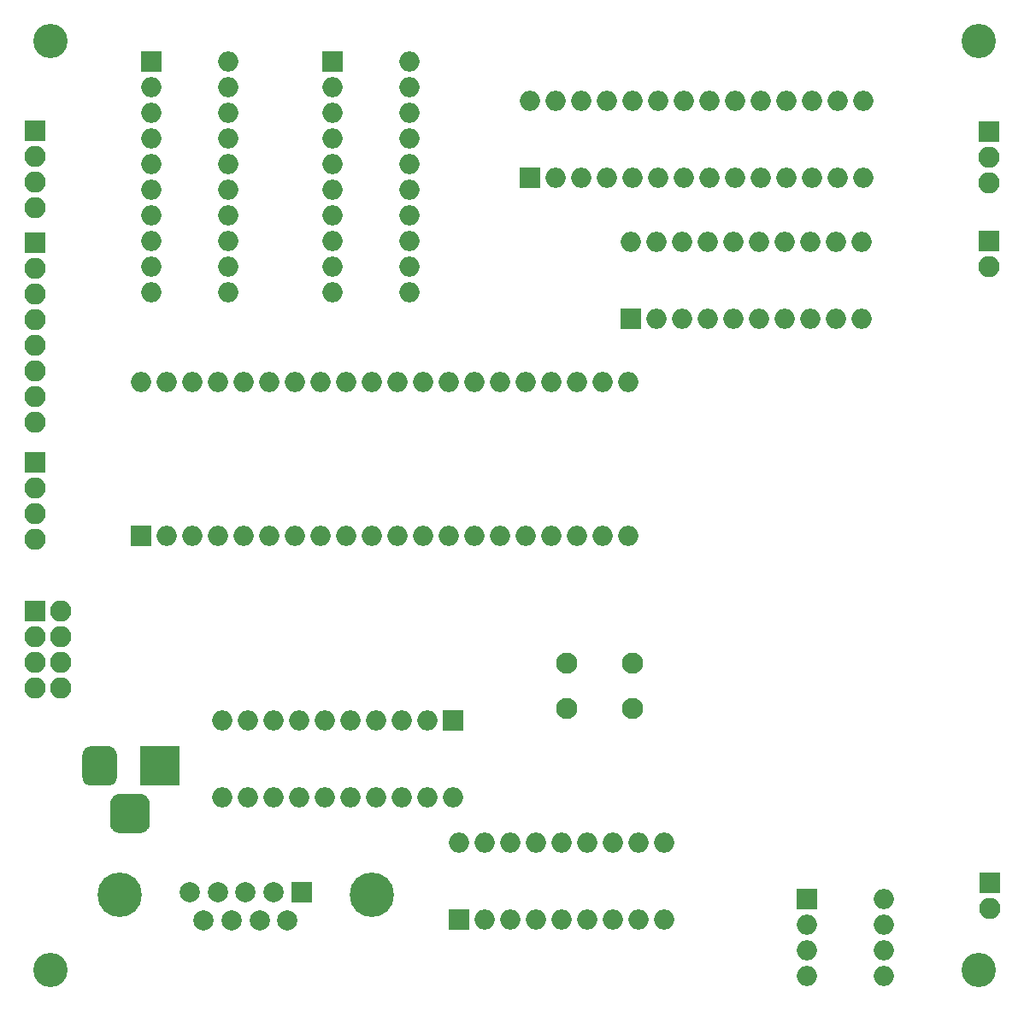
<source format=gbr>
G04 #@! TF.GenerationSoftware,KiCad,Pcbnew,5.0.0-fee4fd1~66~ubuntu16.04.1*
G04 #@! TF.CreationDate,2018-11-19T11:17:55+01:00*
G04 #@! TF.ProjectId,byggern,6279676765726E2E6B696361645F7063,rev?*
G04 #@! TF.SameCoordinates,Original*
G04 #@! TF.FileFunction,Soldermask,Bot*
G04 #@! TF.FilePolarity,Negative*
%FSLAX46Y46*%
G04 Gerber Fmt 4.6, Leading zero omitted, Abs format (unit mm)*
G04 Created by KiCad (PCBNEW 5.0.0-fee4fd1~66~ubuntu16.04.1) date Mon Nov 19 11:17:55 2018*
%MOMM*%
%LPD*%
G01*
G04 APERTURE LIST*
%ADD10R,2.000000X2.000000*%
%ADD11O,2.000000X2.000000*%
%ADD12C,2.000000*%
%ADD13C,4.400000*%
%ADD14R,3.900000X3.900000*%
%ADD15C,0.100000*%
%ADD16C,3.400000*%
%ADD17C,3.900000*%
%ADD18R,2.100000X2.100000*%
%ADD19O,2.100000X2.100000*%
%ADD20C,2.100000*%
G04 APERTURE END LIST*
D10*
G04 #@! TO.C,U3*
X51500000Y-26700000D03*
D11*
X59120000Y-49560000D03*
X51500000Y-29240000D03*
X59120000Y-47020000D03*
X51500000Y-31780000D03*
X59120000Y-44480000D03*
X51500000Y-34320000D03*
X59120000Y-41940000D03*
X51500000Y-36860000D03*
X59120000Y-39400000D03*
X51500000Y-39400000D03*
X59120000Y-36860000D03*
X51500000Y-41940000D03*
X59120000Y-34320000D03*
X51500000Y-44480000D03*
X59120000Y-31780000D03*
X51500000Y-47020000D03*
X59120000Y-29240000D03*
X51500000Y-49560000D03*
X59120000Y-26700000D03*
G04 #@! TD*
D10*
G04 #@! TO.C,J4*
X48400000Y-109000000D03*
D12*
X45630000Y-109000000D03*
X42860000Y-109000000D03*
X40090000Y-109000000D03*
X37320000Y-109000000D03*
X47015000Y-111840000D03*
X44245000Y-111840000D03*
X41475000Y-111840000D03*
X38705000Y-111840000D03*
D13*
X30360000Y-109300000D03*
X55360000Y-109300000D03*
G04 #@! TD*
D10*
G04 #@! TO.C,U2*
X32500000Y-73700000D03*
D11*
X80760000Y-58460000D03*
X35040000Y-73700000D03*
X78220000Y-58460000D03*
X37580000Y-73700000D03*
X75680000Y-58460000D03*
X40120000Y-73700000D03*
X73140000Y-58460000D03*
X42660000Y-73700000D03*
X70600000Y-58460000D03*
X45200000Y-73700000D03*
X68060000Y-58460000D03*
X47740000Y-73700000D03*
X65520000Y-58460000D03*
X50280000Y-73700000D03*
X62980000Y-58460000D03*
X52820000Y-73700000D03*
X60440000Y-58460000D03*
X55360000Y-73700000D03*
X57900000Y-58460000D03*
X57900000Y-73700000D03*
X55360000Y-58460000D03*
X60440000Y-73700000D03*
X52820000Y-58460000D03*
X62980000Y-73700000D03*
X50280000Y-58460000D03*
X65520000Y-73700000D03*
X47740000Y-58460000D03*
X68060000Y-73700000D03*
X45200000Y-58460000D03*
X70600000Y-73700000D03*
X42660000Y-58460000D03*
X73140000Y-73700000D03*
X40120000Y-58460000D03*
X75680000Y-73700000D03*
X37580000Y-58460000D03*
X78220000Y-73700000D03*
X35040000Y-58460000D03*
X80760000Y-73700000D03*
X32500000Y-58460000D03*
G04 #@! TD*
D10*
G04 #@! TO.C,U4*
X81000000Y-52200000D03*
D11*
X103860000Y-44580000D03*
X83540000Y-52200000D03*
X101320000Y-44580000D03*
X86080000Y-52200000D03*
X98780000Y-44580000D03*
X88620000Y-52200000D03*
X96240000Y-44580000D03*
X91160000Y-52200000D03*
X93700000Y-44580000D03*
X93700000Y-52200000D03*
X91160000Y-44580000D03*
X96240000Y-52200000D03*
X88620000Y-44580000D03*
X98780000Y-52200000D03*
X86080000Y-44580000D03*
X101320000Y-52200000D03*
X83540000Y-44580000D03*
X103860000Y-52200000D03*
X81000000Y-44580000D03*
G04 #@! TD*
D10*
G04 #@! TO.C,U5*
X64000000Y-111700000D03*
D11*
X84320000Y-104080000D03*
X66540000Y-111700000D03*
X81780000Y-104080000D03*
X69080000Y-111700000D03*
X79240000Y-104080000D03*
X71620000Y-111700000D03*
X76700000Y-104080000D03*
X74160000Y-111700000D03*
X74160000Y-104080000D03*
X76700000Y-111700000D03*
X71620000Y-104080000D03*
X79240000Y-111700000D03*
X69080000Y-104080000D03*
X81780000Y-111700000D03*
X66540000Y-104080000D03*
X84320000Y-111700000D03*
X64000000Y-104080000D03*
G04 #@! TD*
D10*
G04 #@! TO.C,U6*
X71000000Y-38200000D03*
D11*
X104020000Y-30580000D03*
X73540000Y-38200000D03*
X101480000Y-30580000D03*
X76080000Y-38200000D03*
X98940000Y-30580000D03*
X78620000Y-38200000D03*
X96400000Y-30580000D03*
X81160000Y-38200000D03*
X93860000Y-30580000D03*
X83700000Y-38200000D03*
X91320000Y-30580000D03*
X86240000Y-38200000D03*
X88780000Y-30580000D03*
X88780000Y-38200000D03*
X86240000Y-30580000D03*
X91320000Y-38200000D03*
X83700000Y-30580000D03*
X93860000Y-38200000D03*
X81160000Y-30580000D03*
X96400000Y-38200000D03*
X78620000Y-30580000D03*
X98940000Y-38200000D03*
X76080000Y-30580000D03*
X101480000Y-38200000D03*
X73540000Y-30580000D03*
X104020000Y-38200000D03*
X71000000Y-30580000D03*
G04 #@! TD*
G04 #@! TO.C,U8*
X41120000Y-26700000D03*
X33500000Y-49560000D03*
X41120000Y-29240000D03*
X33500000Y-47020000D03*
X41120000Y-31780000D03*
X33500000Y-44480000D03*
X41120000Y-34320000D03*
X33500000Y-41940000D03*
X41120000Y-36860000D03*
X33500000Y-39400000D03*
X41120000Y-39400000D03*
X33500000Y-36860000D03*
X41120000Y-41940000D03*
X33500000Y-34320000D03*
X41120000Y-44480000D03*
X33500000Y-31780000D03*
X41120000Y-47020000D03*
X33500000Y-29240000D03*
X41120000Y-49560000D03*
D10*
X33500000Y-26700000D03*
G04 #@! TD*
G04 #@! TO.C,U9*
X63400000Y-92000000D03*
D11*
X40540000Y-99620000D03*
X60860000Y-92000000D03*
X43080000Y-99620000D03*
X58320000Y-92000000D03*
X45620000Y-99620000D03*
X55780000Y-92000000D03*
X48160000Y-99620000D03*
X53240000Y-92000000D03*
X50700000Y-99620000D03*
X50700000Y-92000000D03*
X53240000Y-99620000D03*
X48160000Y-92000000D03*
X55780000Y-99620000D03*
X45620000Y-92000000D03*
X58320000Y-99620000D03*
X43080000Y-92000000D03*
X60860000Y-99620000D03*
X40540000Y-92000000D03*
X63400000Y-99620000D03*
G04 #@! TD*
D14*
G04 #@! TO.C,U10*
X34400000Y-96500000D03*
D15*
G36*
X29333315Y-94554093D02*
X29415827Y-94566333D01*
X29496742Y-94586601D01*
X29575281Y-94614702D01*
X29650687Y-94650367D01*
X29722235Y-94693251D01*
X29789234Y-94742941D01*
X29851041Y-94798959D01*
X29907059Y-94860766D01*
X29956749Y-94927765D01*
X29999633Y-94999313D01*
X30035298Y-95074719D01*
X30063399Y-95153258D01*
X30083667Y-95234173D01*
X30095907Y-95316685D01*
X30100000Y-95400000D01*
X30100000Y-97600000D01*
X30095907Y-97683315D01*
X30083667Y-97765827D01*
X30063399Y-97846742D01*
X30035298Y-97925281D01*
X29999633Y-98000687D01*
X29956749Y-98072235D01*
X29907059Y-98139234D01*
X29851041Y-98201041D01*
X29789234Y-98257059D01*
X29722235Y-98306749D01*
X29650687Y-98349633D01*
X29575281Y-98385298D01*
X29496742Y-98413399D01*
X29415827Y-98433667D01*
X29333315Y-98445907D01*
X29250000Y-98450000D01*
X27550000Y-98450000D01*
X27466685Y-98445907D01*
X27384173Y-98433667D01*
X27303258Y-98413399D01*
X27224719Y-98385298D01*
X27149313Y-98349633D01*
X27077765Y-98306749D01*
X27010766Y-98257059D01*
X26948959Y-98201041D01*
X26892941Y-98139234D01*
X26843251Y-98072235D01*
X26800367Y-98000687D01*
X26764702Y-97925281D01*
X26736601Y-97846742D01*
X26716333Y-97765827D01*
X26704093Y-97683315D01*
X26700000Y-97600000D01*
X26700000Y-95400000D01*
X26704093Y-95316685D01*
X26716333Y-95234173D01*
X26736601Y-95153258D01*
X26764702Y-95074719D01*
X26800367Y-94999313D01*
X26843251Y-94927765D01*
X26892941Y-94860766D01*
X26948959Y-94798959D01*
X27010766Y-94742941D01*
X27077765Y-94693251D01*
X27149313Y-94650367D01*
X27224719Y-94614702D01*
X27303258Y-94586601D01*
X27384173Y-94566333D01*
X27466685Y-94554093D01*
X27550000Y-94550000D01*
X29250000Y-94550000D01*
X29333315Y-94554093D01*
X29333315Y-94554093D01*
G37*
D16*
X28400000Y-96500000D03*
D15*
G36*
X32470567Y-99254695D02*
X32565213Y-99268734D01*
X32658028Y-99291983D01*
X32748116Y-99324217D01*
X32834612Y-99365127D01*
X32916681Y-99414317D01*
X32993533Y-99471315D01*
X33064429Y-99535571D01*
X33128685Y-99606467D01*
X33185683Y-99683319D01*
X33234873Y-99765388D01*
X33275783Y-99851884D01*
X33308017Y-99941972D01*
X33331266Y-100034787D01*
X33345305Y-100129433D01*
X33350000Y-100225000D01*
X33350000Y-102175000D01*
X33345305Y-102270567D01*
X33331266Y-102365213D01*
X33308017Y-102458028D01*
X33275783Y-102548116D01*
X33234873Y-102634612D01*
X33185683Y-102716681D01*
X33128685Y-102793533D01*
X33064429Y-102864429D01*
X32993533Y-102928685D01*
X32916681Y-102985683D01*
X32834612Y-103034873D01*
X32748116Y-103075783D01*
X32658028Y-103108017D01*
X32565213Y-103131266D01*
X32470567Y-103145305D01*
X32375000Y-103150000D01*
X30425000Y-103150000D01*
X30329433Y-103145305D01*
X30234787Y-103131266D01*
X30141972Y-103108017D01*
X30051884Y-103075783D01*
X29965388Y-103034873D01*
X29883319Y-102985683D01*
X29806467Y-102928685D01*
X29735571Y-102864429D01*
X29671315Y-102793533D01*
X29614317Y-102716681D01*
X29565127Y-102634612D01*
X29524217Y-102548116D01*
X29491983Y-102458028D01*
X29468734Y-102365213D01*
X29454695Y-102270567D01*
X29450000Y-102175000D01*
X29450000Y-100225000D01*
X29454695Y-100129433D01*
X29468734Y-100034787D01*
X29491983Y-99941972D01*
X29524217Y-99851884D01*
X29565127Y-99765388D01*
X29614317Y-99683319D01*
X29671315Y-99606467D01*
X29735571Y-99535571D01*
X29806467Y-99471315D01*
X29883319Y-99414317D01*
X29965388Y-99365127D01*
X30051884Y-99324217D01*
X30141972Y-99291983D01*
X30234787Y-99268734D01*
X30329433Y-99254695D01*
X30425000Y-99250000D01*
X32375000Y-99250000D01*
X32470567Y-99254695D01*
X32470567Y-99254695D01*
G37*
D17*
X31400000Y-101200000D03*
G04 #@! TD*
D18*
G04 #@! TO.C,J1*
X22000000Y-66400000D03*
D19*
X22000000Y-68940000D03*
X22000000Y-71480000D03*
X22000000Y-74020000D03*
G04 #@! TD*
D10*
G04 #@! TO.C,U7*
X98500000Y-109700000D03*
D11*
X106120000Y-117320000D03*
X98500000Y-112240000D03*
X106120000Y-114780000D03*
X98500000Y-114780000D03*
X106120000Y-112240000D03*
X98500000Y-117320000D03*
X106120000Y-109700000D03*
G04 #@! TD*
D20*
G04 #@! TO.C,S1*
X81200000Y-90800000D03*
X74700000Y-90800000D03*
X81200000Y-86300000D03*
X74700000Y-86300000D03*
G04 #@! TD*
D18*
G04 #@! TO.C,J2*
X22000000Y-44700000D03*
D19*
X22000000Y-47240000D03*
X22000000Y-49780000D03*
X22000000Y-52320000D03*
X22000000Y-54860000D03*
X22000000Y-57400000D03*
X22000000Y-59940000D03*
X22000000Y-62480000D03*
G04 #@! TD*
D18*
G04 #@! TO.C,J5*
X116500000Y-33700000D03*
D19*
X116500000Y-36240000D03*
X116500000Y-38780000D03*
G04 #@! TD*
D18*
G04 #@! TO.C,J6*
X22000000Y-81200000D03*
D19*
X24540000Y-81200000D03*
X22000000Y-83740000D03*
X24540000Y-83740000D03*
X22000000Y-86280000D03*
X24540000Y-86280000D03*
X22000000Y-88820000D03*
X24540000Y-88820000D03*
G04 #@! TD*
D16*
G04 #@! TO.C,MH3*
X115500000Y-116700000D03*
G04 #@! TD*
G04 #@! TO.C,MH4*
X115500000Y-24700000D03*
G04 #@! TD*
G04 #@! TO.C,MH2*
X23500000Y-116700000D03*
G04 #@! TD*
G04 #@! TO.C,MH1*
X23500000Y-24700000D03*
G04 #@! TD*
D18*
G04 #@! TO.C,J9*
X22000000Y-33600000D03*
D19*
X22000000Y-36140000D03*
X22000000Y-38680000D03*
X22000000Y-41220000D03*
G04 #@! TD*
D18*
G04 #@! TO.C,J7*
X116500000Y-44500000D03*
D19*
X116500000Y-47040000D03*
G04 #@! TD*
D18*
G04 #@! TO.C,J3*
X116550000Y-108100000D03*
D19*
X116550000Y-110640000D03*
G04 #@! TD*
M02*

</source>
